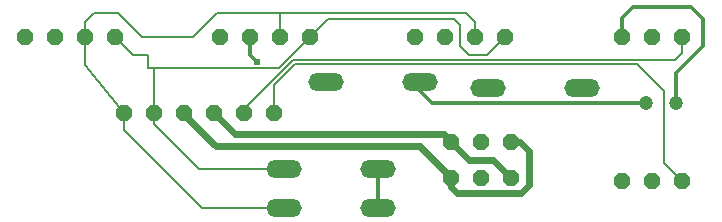
<source format=gbr>
%TF.GenerationSoftware,KiCad,Pcbnew,7.0.5*%
%TF.CreationDate,2023-09-06T09:40:41-04:00*%
%TF.ProjectId,NB1,4e42312e-6b69-4636-9164-5f7063625858,rev?*%
%TF.SameCoordinates,Original*%
%TF.FileFunction,Copper,L1,Top*%
%TF.FilePolarity,Positive*%
%FSLAX46Y46*%
G04 Gerber Fmt 4.6, Leading zero omitted, Abs format (unit mm)*
G04 Created by KiCad (PCBNEW 7.0.5) date 2023-09-06 09:40:41*
%MOMM*%
%LPD*%
G01*
G04 APERTURE LIST*
G04 Aperture macros list*
%AMOutline5P*
0 Free polygon, 5 corners , with rotation*
0 The origin of the aperture is its center*
0 number of corners: always 5*
0 $1 to $10 corner X, Y*
0 $11 Rotation angle, in degrees counterclockwise*
0 create outline with 5 corners*
4,1,5,$1,$2,$3,$4,$5,$6,$7,$8,$9,$10,$1,$2,$11*%
%AMOutline6P*
0 Free polygon, 6 corners , with rotation*
0 The origin of the aperture is its center*
0 number of corners: always 6*
0 $1 to $12 corner X, Y*
0 $13 Rotation angle, in degrees counterclockwise*
0 create outline with 6 corners*
4,1,6,$1,$2,$3,$4,$5,$6,$7,$8,$9,$10,$11,$12,$1,$2,$13*%
%AMOutline7P*
0 Free polygon, 7 corners , with rotation*
0 The origin of the aperture is its center*
0 number of corners: always 7*
0 $1 to $14 corner X, Y*
0 $15 Rotation angle, in degrees counterclockwise*
0 create outline with 7 corners*
4,1,7,$1,$2,$3,$4,$5,$6,$7,$8,$9,$10,$11,$12,$13,$14,$1,$2,$15*%
%AMOutline8P*
0 Free polygon, 8 corners , with rotation*
0 The origin of the aperture is its center*
0 number of corners: always 8*
0 $1 to $16 corner X, Y*
0 $17 Rotation angle, in degrees counterclockwise*
0 create outline with 8 corners*
4,1,8,$1,$2,$3,$4,$5,$6,$7,$8,$9,$10,$11,$12,$13,$14,$15,$16,$1,$2,$17*%
G04 Aperture macros list end*
%TA.AperFunction,ComponentPad*%
%ADD10Outline8P,-0.675000X0.279594X-0.279594X0.675000X0.279594X0.675000X0.675000X0.279594X0.675000X-0.279594X0.279594X-0.675000X-0.279594X-0.675000X-0.675000X-0.279594X0.000000*%
%TD*%
%TA.AperFunction,ComponentPad*%
%ADD11C,1.200000*%
%TD*%
%TA.AperFunction,ComponentPad*%
%ADD12O,3.000000X1.500000*%
%TD*%
%TA.AperFunction,ViaPad*%
%ADD13C,0.604000*%
%TD*%
%TA.AperFunction,Conductor*%
%ADD14C,0.304800*%
%TD*%
%TA.AperFunction,Conductor*%
%ADD15C,0.152400*%
%TD*%
%TA.AperFunction,Conductor*%
%ADD16C,0.609600*%
%TD*%
G04 APERTURE END LIST*
D10*
%TO.P,U$3,P1*%
%TO.N,GND*%
X137452100Y-98653600D03*
%TO.P,U$3,P2*%
%TO.N,VCC*%
X139992100Y-98653600D03*
%TO.P,U$3,P3*%
%TO.N,SCL*%
X142532100Y-98653600D03*
%TO.P,U$3,P4*%
%TO.N,SDA*%
X145072100Y-98653600D03*
%TD*%
%TO.P,U$4,P1*%
%TO.N,GND*%
X153962100Y-98653600D03*
%TO.P,U$4,P2*%
%TO.N,VCC*%
X156502100Y-98653600D03*
%TO.P,U$4,P3*%
%TO.N,SCL*%
X159042100Y-98653600D03*
%TO.P,U$4,P4*%
%TO.N,SDA*%
X161582100Y-98653600D03*
%TD*%
D11*
%TO.P,U$12,A*%
%TO.N,N$1*%
X173520100Y-104241600D03*
%TO.P,U$12,K*%
%TO.N,GND*%
X176060100Y-104241600D03*
%TD*%
D10*
%TO.P,U$2,P1*%
%TO.N,GND*%
X120942100Y-98653600D03*
%TO.P,U$2,P2*%
%TO.N,VCC*%
X123482100Y-98653600D03*
%TO.P,U$2,P3*%
%TO.N,SCL*%
X126022100Y-98653600D03*
%TO.P,U$2,P4*%
%TO.N,SDA*%
X128562100Y-98653600D03*
%TD*%
%TO.P,U$5,P1*%
%TO.N,GND*%
X171488100Y-98653600D03*
%TO.P,U$5,P2*%
%TO.N,VCC*%
X174028100Y-98653600D03*
%TO.P,U$5,P3*%
%TO.N,IO1*%
X176568100Y-98653600D03*
%TD*%
%TO.P,U$7,P1*%
%TO.N,SCL*%
X129324100Y-105130600D03*
%TO.P,U$7,P2*%
%TO.N,SDA*%
X131864100Y-105130600D03*
%TO.P,U$7,P3*%
%TO.N,PWR_A*%
X134404100Y-105130600D03*
%TO.P,U$7,P4*%
%TO.N,PWR_B*%
X136944100Y-105130600D03*
%TO.P,U$7,P5*%
%TO.N,IO1*%
X139484100Y-105130600D03*
%TO.P,U$7,P6*%
%TO.N,IO2*%
X142024100Y-105130600D03*
%TD*%
%TO.P,U$8,P1*%
%TO.N,PWR_B*%
X157010100Y-107543600D03*
%TO.P,U$8,P2*%
%TO.N,PWR*%
X159550100Y-107543600D03*
%TO.P,U$8,P3*%
%TO.N,PWR_A*%
X162090100Y-107543600D03*
%TD*%
D12*
%TO.P,U$10,P1*%
%TO.N,SCL*%
X142850100Y-113131600D03*
%TO.P,U$10,P2*%
%TO.N,VCC*%
X150850100Y-113131600D03*
%TD*%
%TO.P,U$11,P1*%
%TO.N,SDA*%
X142850100Y-109829600D03*
%TO.P,U$11,P2*%
%TO.N,VCC*%
X150850100Y-109829600D03*
%TD*%
D10*
%TO.P,U$9,P1*%
%TO.N,PWR_A*%
X157010100Y-110591600D03*
%TO.P,U$9,P2*%
%TO.N,GND*%
X159550100Y-110591600D03*
%TO.P,U$9,P3*%
%TO.N,PWR_B*%
X162090100Y-110591600D03*
%TD*%
D12*
%TO.P,U$13,P1*%
%TO.N,N$1*%
X154406100Y-102463600D03*
%TO.P,U$13,P2*%
%TO.N,VCC*%
X146406100Y-102463600D03*
%TD*%
D10*
%TO.P,U$6,P1*%
%TO.N,GND*%
X171488100Y-110845600D03*
%TO.P,U$6,P2*%
%TO.N,VCC*%
X174028100Y-110845600D03*
%TO.P,U$6,P3*%
%TO.N,IO2*%
X176568100Y-110845600D03*
%TD*%
D12*
%TO.P,U$1,P1*%
%TO.N,PWR*%
X160122100Y-102971600D03*
%TO.P,U$1,P2*%
%TO.N,VCC*%
X168122100Y-102971600D03*
%TD*%
D13*
%TO.N,VCC*%
X140601700Y-100764600D03*
%TD*%
D14*
%TO.N,GND*%
X176060100Y-104241600D02*
X176060100Y-101701600D01*
X177355500Y-96139000D02*
X172402500Y-96139000D01*
X178346100Y-97129600D02*
X177355500Y-96139000D01*
X176060100Y-101701600D02*
X178346100Y-99415600D01*
X178346100Y-99415600D02*
X178346100Y-97129600D01*
X171488100Y-97053400D02*
X171488100Y-98653600D01*
X172402500Y-96139000D02*
X171488100Y-97053400D01*
%TO.N,VCC*%
X150850100Y-109829600D02*
X150850100Y-113131600D01*
X139992100Y-98653600D02*
X139992100Y-100155000D01*
X140601700Y-100764600D02*
X139992100Y-100155000D01*
D15*
%TO.N,SCL*%
X126758700Y-96647000D02*
X128841500Y-96647000D01*
X129324100Y-105130600D02*
X126022100Y-101078147D01*
X135928100Y-113131600D02*
X142850100Y-113131600D01*
X135928100Y-113131600D02*
X129324100Y-106527600D01*
X129324100Y-105130600D02*
X129324100Y-106527600D01*
X142532100Y-96647000D02*
X158305500Y-96647000D01*
X159042100Y-97383600D02*
X158305500Y-96647000D01*
X142532100Y-96647000D02*
X142532100Y-98653600D01*
X126022100Y-98653600D02*
X126022100Y-97383600D01*
X137172700Y-96647000D02*
X142532100Y-96647000D01*
X159042100Y-97383600D02*
X159042100Y-98653600D01*
X126022100Y-101078147D02*
X126022100Y-98653600D01*
X128841500Y-96647000D02*
X130848100Y-98653600D01*
X126022100Y-97383600D02*
X126758700Y-96647000D01*
X135166100Y-98653600D02*
X137172700Y-96647000D01*
X130848100Y-98653600D02*
X135166100Y-98653600D01*
%TO.N,SDA*%
X146596100Y-97129600D02*
X157264100Y-97129600D01*
X131864100Y-105130600D02*
X131864100Y-101320600D01*
X135674100Y-109829600D02*
X131864100Y-106019600D01*
X131864100Y-105130600D02*
X131864100Y-106019600D01*
X130086100Y-100177600D02*
X128562100Y-98653600D01*
X142405100Y-101320600D02*
X145072100Y-98653600D01*
X157772100Y-99415600D02*
X158534100Y-100177600D01*
X160058100Y-100177600D02*
X161582100Y-98653600D01*
X131356100Y-101320600D02*
X131864100Y-101320600D01*
X131864100Y-101320600D02*
X142405100Y-101320600D01*
X158534100Y-100177600D02*
X160058100Y-100177600D01*
X145072100Y-98653600D02*
X146596100Y-97129600D01*
X157772100Y-97637600D02*
X157772100Y-99415600D01*
X157264100Y-97129600D02*
X157772100Y-97637600D01*
X130086100Y-100177600D02*
X131356100Y-100177600D01*
X142850100Y-109829600D02*
X135674100Y-109829600D01*
X131356100Y-101320600D02*
X131356100Y-100177600D01*
%TO.N,IO2*%
X142024100Y-105130600D02*
X142024100Y-102717600D01*
X175044100Y-109321600D02*
X176568100Y-110845600D01*
X143802100Y-100939600D02*
X142024100Y-102717600D01*
X172758103Y-100939600D02*
X175044100Y-103225597D01*
X143802100Y-100939600D02*
X172758103Y-100939600D01*
X175044100Y-103225597D02*
X175044100Y-109321600D01*
%TO.N,IO1*%
X139484100Y-105130600D02*
X139484100Y-104749600D01*
X176568100Y-99999800D02*
X175933100Y-100634800D01*
X143598900Y-100634800D02*
X175933100Y-100634800D01*
X176568100Y-99999800D02*
X176568100Y-98653600D01*
X143598900Y-100634800D02*
X139484100Y-104749600D01*
D16*
%TO.N,PWR_A*%
X163614100Y-111201200D02*
X163614100Y-108305600D01*
X137071100Y-107924600D02*
X154343100Y-107924600D01*
X134404100Y-105130600D02*
X134404100Y-105257600D01*
X163614100Y-108305600D02*
X162852100Y-107543600D01*
X157543500Y-111887000D02*
X157010100Y-111353600D01*
X157010100Y-110591600D02*
X154343100Y-107924600D01*
X162852100Y-107543600D02*
X162090100Y-107543600D01*
X137071100Y-107924600D02*
X134404100Y-105257600D01*
X157010100Y-110591600D02*
X157010100Y-111353600D01*
X162928300Y-111887000D02*
X163614100Y-111201200D01*
X157543500Y-111887000D02*
X162928300Y-111887000D01*
%TO.N,PWR_B*%
X158534100Y-109067600D02*
X157010100Y-107543600D01*
X136944100Y-105130600D02*
X138722100Y-106908600D01*
X160566100Y-109067600D02*
X158534100Y-109067600D01*
X157010100Y-107543600D02*
X156375100Y-106908600D01*
X156375100Y-106908600D02*
X138722100Y-106908600D01*
X162090100Y-110591600D02*
X160566100Y-109067600D01*
D14*
%TO.N,N$1*%
X155422100Y-104241600D02*
X154406100Y-103225600D01*
X173520100Y-104241600D02*
X155422100Y-104241600D01*
X154406100Y-102463600D02*
X154406100Y-103225600D01*
%TD*%
M02*

</source>
